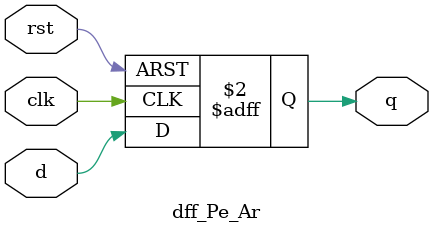
<source format=v>
`timescale 1ns / 1ps


module dff_Pe_Ar(q,d,clk,rst);
input d,clk,rst;
output reg q;

always @(posedge clk or posedge rst)
if(rst)
q <= 1'b0;
else if(clk) 
q <= d; 

endmodule

</source>
